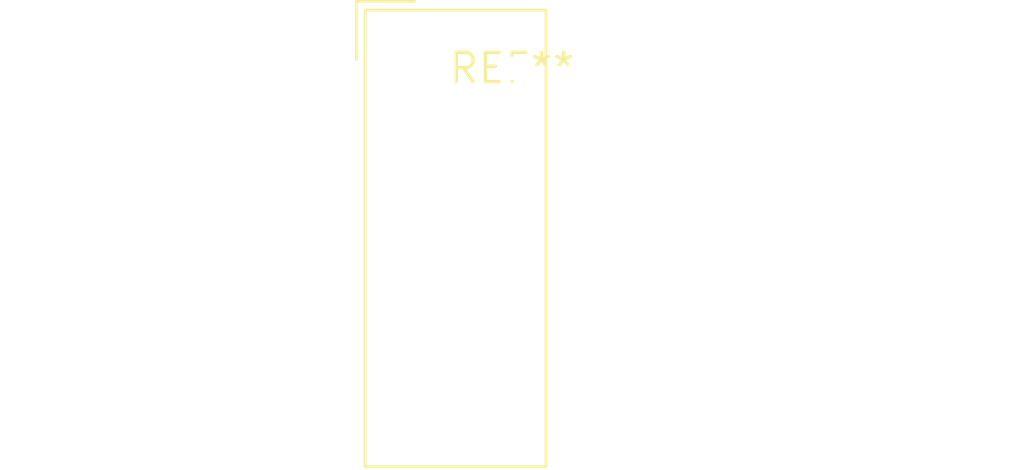
<source format=kicad_pcb>
(kicad_pcb (version 20240108) (generator pcbnew)
  (layers (0 "F.Cu" signal) (31 "B.Cu" signal) (34 "B.Paste" user) (35 "F.Paste" user) (36 "B.SilkS" user "B.Silkscreen") (37 "F.SilkS" user "F.Silkscreen") (38 "B.Mask" user) (39 "F.Mask" user) (44 "Edge.Cuts" user))
  (net 0 "")
  (footprint "Converter_DCDC_TRACO_TBA2-xxxx_Single_THT" (layer "F.Cu") (at 0 0)
    (property "Reference" "REF**")
    (property "Value" "Converter_DCDC_TRACO_TBA2-xxxx_Single_THT")
    (fp_line (start -6.75 -2.9) (end -4.216667 -2.9) (layer "F.SilkS") (stroke (width 0.12)))
    (fp_line (start -6.75 -0.366667) (end -6.75 -2.9) (layer "F.SilkS") (stroke (width 0.12)))
    (fp_line (start -6.37 -2.52) (end -6.37 17.27) (layer "F.SilkS") (stroke (width 0.12)))
    (fp_line (start -6.37 -2.52) (end 1.47 -2.52) (layer "F.SilkS") (stroke (width 0.12)))
    (fp_line (start -6.37 17.27) (end 1.47 17.27) (layer "F.SilkS") (stroke (width 0.12)))
    (fp_line (start 1.47 -2.52) (end 1.47 17.27) (layer "F.SilkS") (stroke (width 0.12)))
    (pad "1" thru_hole rect (at 0 0) (size 1.5 1.5) (drill 1) (layers *.Cu *.Mask) (remove_unused_layers))
    (pad "2" thru_hole circle (at 0 2.54) (size 1.5 1.5) (drill 1) (layers *.Cu *.Mask) (remove_unused_layers))
    (pad "4" thru_hole circle (at 0 7.62) (size 1.5 1.5) (drill 1) (layers *.Cu *.Mask) (remove_unused_layers))
    (pad "6" thru_hole circle (at 0 12.7) (size 1.5 1.5) (drill 1) (layers *.Cu *.Mask) (remove_unused_layers))
  )
)
</source>
